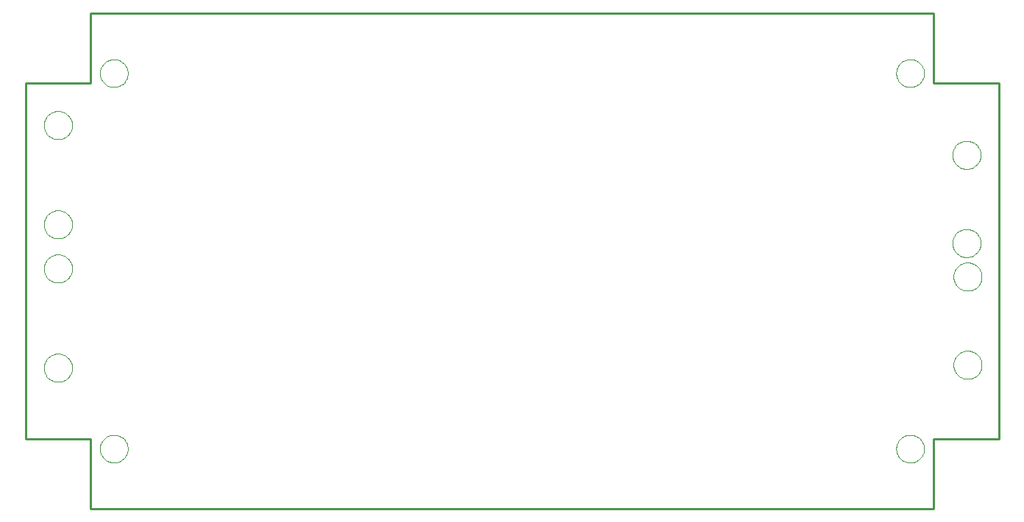
<source format=gbp>
G75*
%MOIN*%
%OFA0B0*%
%FSLAX24Y24*%
%IPPOS*%
%LPD*%
%AMOC8*
5,1,8,0,0,1.08239X$1,22.5*
%
%ADD10C,0.0100*%
%ADD11C,0.0000*%
D10*
X004668Y002075D02*
X042857Y002075D01*
X042857Y005224D01*
X045810Y005224D01*
X045810Y021366D01*
X042857Y021366D01*
X042857Y024516D01*
X004668Y024516D01*
X004668Y021366D01*
X001715Y021366D01*
X001715Y005224D01*
X004668Y005224D01*
X004668Y002075D01*
D11*
X005091Y004781D02*
X005093Y004831D01*
X005099Y004881D01*
X005109Y004930D01*
X005123Y004978D01*
X005140Y005025D01*
X005161Y005070D01*
X005186Y005114D01*
X005214Y005155D01*
X005246Y005194D01*
X005280Y005231D01*
X005317Y005265D01*
X005357Y005295D01*
X005399Y005322D01*
X005443Y005346D01*
X005489Y005367D01*
X005536Y005383D01*
X005584Y005396D01*
X005634Y005405D01*
X005683Y005410D01*
X005734Y005411D01*
X005784Y005408D01*
X005833Y005401D01*
X005882Y005390D01*
X005930Y005375D01*
X005976Y005357D01*
X006021Y005335D01*
X006064Y005309D01*
X006105Y005280D01*
X006144Y005248D01*
X006180Y005213D01*
X006212Y005175D01*
X006242Y005135D01*
X006269Y005092D01*
X006292Y005048D01*
X006311Y005002D01*
X006327Y004954D01*
X006339Y004905D01*
X006347Y004856D01*
X006351Y004806D01*
X006351Y004756D01*
X006347Y004706D01*
X006339Y004657D01*
X006327Y004608D01*
X006311Y004560D01*
X006292Y004514D01*
X006269Y004470D01*
X006242Y004427D01*
X006212Y004387D01*
X006180Y004349D01*
X006144Y004314D01*
X006105Y004282D01*
X006064Y004253D01*
X006021Y004227D01*
X005976Y004205D01*
X005930Y004187D01*
X005882Y004172D01*
X005833Y004161D01*
X005784Y004154D01*
X005734Y004151D01*
X005683Y004152D01*
X005634Y004157D01*
X005584Y004166D01*
X005536Y004179D01*
X005489Y004195D01*
X005443Y004216D01*
X005399Y004240D01*
X005357Y004267D01*
X005317Y004297D01*
X005280Y004331D01*
X005246Y004368D01*
X005214Y004407D01*
X005186Y004448D01*
X005161Y004492D01*
X005140Y004537D01*
X005123Y004584D01*
X005109Y004632D01*
X005099Y004681D01*
X005093Y004731D01*
X005091Y004781D01*
X002550Y008452D02*
X002552Y008502D01*
X002558Y008552D01*
X002568Y008601D01*
X002581Y008650D01*
X002599Y008697D01*
X002620Y008743D01*
X002644Y008786D01*
X002672Y008828D01*
X002703Y008868D01*
X002737Y008905D01*
X002774Y008939D01*
X002814Y008970D01*
X002856Y008998D01*
X002899Y009022D01*
X002945Y009043D01*
X002992Y009061D01*
X003041Y009074D01*
X003090Y009084D01*
X003140Y009090D01*
X003190Y009092D01*
X003240Y009090D01*
X003290Y009084D01*
X003339Y009074D01*
X003388Y009061D01*
X003435Y009043D01*
X003481Y009022D01*
X003524Y008998D01*
X003566Y008970D01*
X003606Y008939D01*
X003643Y008905D01*
X003677Y008868D01*
X003708Y008828D01*
X003736Y008786D01*
X003760Y008743D01*
X003781Y008697D01*
X003799Y008650D01*
X003812Y008601D01*
X003822Y008552D01*
X003828Y008502D01*
X003830Y008452D01*
X003828Y008402D01*
X003822Y008352D01*
X003812Y008303D01*
X003799Y008254D01*
X003781Y008207D01*
X003760Y008161D01*
X003736Y008118D01*
X003708Y008076D01*
X003677Y008036D01*
X003643Y007999D01*
X003606Y007965D01*
X003566Y007934D01*
X003524Y007906D01*
X003481Y007882D01*
X003435Y007861D01*
X003388Y007843D01*
X003339Y007830D01*
X003290Y007820D01*
X003240Y007814D01*
X003190Y007812D01*
X003140Y007814D01*
X003090Y007820D01*
X003041Y007830D01*
X002992Y007843D01*
X002945Y007861D01*
X002899Y007882D01*
X002856Y007906D01*
X002814Y007934D01*
X002774Y007965D01*
X002737Y007999D01*
X002703Y008036D01*
X002672Y008076D01*
X002644Y008118D01*
X002620Y008161D01*
X002599Y008207D01*
X002581Y008254D01*
X002568Y008303D01*
X002558Y008352D01*
X002552Y008402D01*
X002550Y008452D01*
X002550Y012952D02*
X002552Y013002D01*
X002558Y013052D01*
X002568Y013101D01*
X002581Y013150D01*
X002599Y013197D01*
X002620Y013243D01*
X002644Y013286D01*
X002672Y013328D01*
X002703Y013368D01*
X002737Y013405D01*
X002774Y013439D01*
X002814Y013470D01*
X002856Y013498D01*
X002899Y013522D01*
X002945Y013543D01*
X002992Y013561D01*
X003041Y013574D01*
X003090Y013584D01*
X003140Y013590D01*
X003190Y013592D01*
X003240Y013590D01*
X003290Y013584D01*
X003339Y013574D01*
X003388Y013561D01*
X003435Y013543D01*
X003481Y013522D01*
X003524Y013498D01*
X003566Y013470D01*
X003606Y013439D01*
X003643Y013405D01*
X003677Y013368D01*
X003708Y013328D01*
X003736Y013286D01*
X003760Y013243D01*
X003781Y013197D01*
X003799Y013150D01*
X003812Y013101D01*
X003822Y013052D01*
X003828Y013002D01*
X003830Y012952D01*
X003828Y012902D01*
X003822Y012852D01*
X003812Y012803D01*
X003799Y012754D01*
X003781Y012707D01*
X003760Y012661D01*
X003736Y012618D01*
X003708Y012576D01*
X003677Y012536D01*
X003643Y012499D01*
X003606Y012465D01*
X003566Y012434D01*
X003524Y012406D01*
X003481Y012382D01*
X003435Y012361D01*
X003388Y012343D01*
X003339Y012330D01*
X003290Y012320D01*
X003240Y012314D01*
X003190Y012312D01*
X003140Y012314D01*
X003090Y012320D01*
X003041Y012330D01*
X002992Y012343D01*
X002945Y012361D01*
X002899Y012382D01*
X002856Y012406D01*
X002814Y012434D01*
X002774Y012465D01*
X002737Y012499D01*
X002703Y012536D01*
X002672Y012576D01*
X002644Y012618D01*
X002620Y012661D01*
X002599Y012707D01*
X002581Y012754D01*
X002568Y012803D01*
X002558Y012852D01*
X002552Y012902D01*
X002550Y012952D01*
X002550Y014952D02*
X002552Y015002D01*
X002558Y015052D01*
X002568Y015101D01*
X002581Y015150D01*
X002599Y015197D01*
X002620Y015243D01*
X002644Y015286D01*
X002672Y015328D01*
X002703Y015368D01*
X002737Y015405D01*
X002774Y015439D01*
X002814Y015470D01*
X002856Y015498D01*
X002899Y015522D01*
X002945Y015543D01*
X002992Y015561D01*
X003041Y015574D01*
X003090Y015584D01*
X003140Y015590D01*
X003190Y015592D01*
X003240Y015590D01*
X003290Y015584D01*
X003339Y015574D01*
X003388Y015561D01*
X003435Y015543D01*
X003481Y015522D01*
X003524Y015498D01*
X003566Y015470D01*
X003606Y015439D01*
X003643Y015405D01*
X003677Y015368D01*
X003708Y015328D01*
X003736Y015286D01*
X003760Y015243D01*
X003781Y015197D01*
X003799Y015150D01*
X003812Y015101D01*
X003822Y015052D01*
X003828Y015002D01*
X003830Y014952D01*
X003828Y014902D01*
X003822Y014852D01*
X003812Y014803D01*
X003799Y014754D01*
X003781Y014707D01*
X003760Y014661D01*
X003736Y014618D01*
X003708Y014576D01*
X003677Y014536D01*
X003643Y014499D01*
X003606Y014465D01*
X003566Y014434D01*
X003524Y014406D01*
X003481Y014382D01*
X003435Y014361D01*
X003388Y014343D01*
X003339Y014330D01*
X003290Y014320D01*
X003240Y014314D01*
X003190Y014312D01*
X003140Y014314D01*
X003090Y014320D01*
X003041Y014330D01*
X002992Y014343D01*
X002945Y014361D01*
X002899Y014382D01*
X002856Y014406D01*
X002814Y014434D01*
X002774Y014465D01*
X002737Y014499D01*
X002703Y014536D01*
X002672Y014576D01*
X002644Y014618D01*
X002620Y014661D01*
X002599Y014707D01*
X002581Y014754D01*
X002568Y014803D01*
X002558Y014852D01*
X002552Y014902D01*
X002550Y014952D01*
X002550Y019452D02*
X002552Y019502D01*
X002558Y019552D01*
X002568Y019601D01*
X002581Y019650D01*
X002599Y019697D01*
X002620Y019743D01*
X002644Y019786D01*
X002672Y019828D01*
X002703Y019868D01*
X002737Y019905D01*
X002774Y019939D01*
X002814Y019970D01*
X002856Y019998D01*
X002899Y020022D01*
X002945Y020043D01*
X002992Y020061D01*
X003041Y020074D01*
X003090Y020084D01*
X003140Y020090D01*
X003190Y020092D01*
X003240Y020090D01*
X003290Y020084D01*
X003339Y020074D01*
X003388Y020061D01*
X003435Y020043D01*
X003481Y020022D01*
X003524Y019998D01*
X003566Y019970D01*
X003606Y019939D01*
X003643Y019905D01*
X003677Y019868D01*
X003708Y019828D01*
X003736Y019786D01*
X003760Y019743D01*
X003781Y019697D01*
X003799Y019650D01*
X003812Y019601D01*
X003822Y019552D01*
X003828Y019502D01*
X003830Y019452D01*
X003828Y019402D01*
X003822Y019352D01*
X003812Y019303D01*
X003799Y019254D01*
X003781Y019207D01*
X003760Y019161D01*
X003736Y019118D01*
X003708Y019076D01*
X003677Y019036D01*
X003643Y018999D01*
X003606Y018965D01*
X003566Y018934D01*
X003524Y018906D01*
X003481Y018882D01*
X003435Y018861D01*
X003388Y018843D01*
X003339Y018830D01*
X003290Y018820D01*
X003240Y018814D01*
X003190Y018812D01*
X003140Y018814D01*
X003090Y018820D01*
X003041Y018830D01*
X002992Y018843D01*
X002945Y018861D01*
X002899Y018882D01*
X002856Y018906D01*
X002814Y018934D01*
X002774Y018965D01*
X002737Y018999D01*
X002703Y019036D01*
X002672Y019076D01*
X002644Y019118D01*
X002620Y019161D01*
X002599Y019207D01*
X002581Y019254D01*
X002568Y019303D01*
X002558Y019352D01*
X002552Y019402D01*
X002550Y019452D01*
X005091Y021809D02*
X005093Y021859D01*
X005099Y021909D01*
X005109Y021958D01*
X005123Y022006D01*
X005140Y022053D01*
X005161Y022098D01*
X005186Y022142D01*
X005214Y022183D01*
X005246Y022222D01*
X005280Y022259D01*
X005317Y022293D01*
X005357Y022323D01*
X005399Y022350D01*
X005443Y022374D01*
X005489Y022395D01*
X005536Y022411D01*
X005584Y022424D01*
X005634Y022433D01*
X005683Y022438D01*
X005734Y022439D01*
X005784Y022436D01*
X005833Y022429D01*
X005882Y022418D01*
X005930Y022403D01*
X005976Y022385D01*
X006021Y022363D01*
X006064Y022337D01*
X006105Y022308D01*
X006144Y022276D01*
X006180Y022241D01*
X006212Y022203D01*
X006242Y022163D01*
X006269Y022120D01*
X006292Y022076D01*
X006311Y022030D01*
X006327Y021982D01*
X006339Y021933D01*
X006347Y021884D01*
X006351Y021834D01*
X006351Y021784D01*
X006347Y021734D01*
X006339Y021685D01*
X006327Y021636D01*
X006311Y021588D01*
X006292Y021542D01*
X006269Y021498D01*
X006242Y021455D01*
X006212Y021415D01*
X006180Y021377D01*
X006144Y021342D01*
X006105Y021310D01*
X006064Y021281D01*
X006021Y021255D01*
X005976Y021233D01*
X005930Y021215D01*
X005882Y021200D01*
X005833Y021189D01*
X005784Y021182D01*
X005734Y021179D01*
X005683Y021180D01*
X005634Y021185D01*
X005584Y021194D01*
X005536Y021207D01*
X005489Y021223D01*
X005443Y021244D01*
X005399Y021268D01*
X005357Y021295D01*
X005317Y021325D01*
X005280Y021359D01*
X005246Y021396D01*
X005214Y021435D01*
X005186Y021476D01*
X005161Y021520D01*
X005140Y021565D01*
X005123Y021612D01*
X005109Y021660D01*
X005099Y021709D01*
X005093Y021759D01*
X005091Y021809D01*
X041174Y021809D02*
X041176Y021859D01*
X041182Y021909D01*
X041192Y021958D01*
X041206Y022006D01*
X041223Y022053D01*
X041244Y022098D01*
X041269Y022142D01*
X041297Y022183D01*
X041329Y022222D01*
X041363Y022259D01*
X041400Y022293D01*
X041440Y022323D01*
X041482Y022350D01*
X041526Y022374D01*
X041572Y022395D01*
X041619Y022411D01*
X041667Y022424D01*
X041717Y022433D01*
X041766Y022438D01*
X041817Y022439D01*
X041867Y022436D01*
X041916Y022429D01*
X041965Y022418D01*
X042013Y022403D01*
X042059Y022385D01*
X042104Y022363D01*
X042147Y022337D01*
X042188Y022308D01*
X042227Y022276D01*
X042263Y022241D01*
X042295Y022203D01*
X042325Y022163D01*
X042352Y022120D01*
X042375Y022076D01*
X042394Y022030D01*
X042410Y021982D01*
X042422Y021933D01*
X042430Y021884D01*
X042434Y021834D01*
X042434Y021784D01*
X042430Y021734D01*
X042422Y021685D01*
X042410Y021636D01*
X042394Y021588D01*
X042375Y021542D01*
X042352Y021498D01*
X042325Y021455D01*
X042295Y021415D01*
X042263Y021377D01*
X042227Y021342D01*
X042188Y021310D01*
X042147Y021281D01*
X042104Y021255D01*
X042059Y021233D01*
X042013Y021215D01*
X041965Y021200D01*
X041916Y021189D01*
X041867Y021182D01*
X041817Y021179D01*
X041766Y021180D01*
X041717Y021185D01*
X041667Y021194D01*
X041619Y021207D01*
X041572Y021223D01*
X041526Y021244D01*
X041482Y021268D01*
X041440Y021295D01*
X041400Y021325D01*
X041363Y021359D01*
X041329Y021396D01*
X041297Y021435D01*
X041269Y021476D01*
X041244Y021520D01*
X041223Y021565D01*
X041206Y021612D01*
X041192Y021660D01*
X041182Y021709D01*
X041176Y021759D01*
X041174Y021809D01*
X043718Y018102D02*
X043720Y018152D01*
X043726Y018202D01*
X043736Y018251D01*
X043749Y018300D01*
X043767Y018347D01*
X043788Y018393D01*
X043812Y018436D01*
X043840Y018478D01*
X043871Y018518D01*
X043905Y018555D01*
X043942Y018589D01*
X043982Y018620D01*
X044024Y018648D01*
X044067Y018672D01*
X044113Y018693D01*
X044160Y018711D01*
X044209Y018724D01*
X044258Y018734D01*
X044308Y018740D01*
X044358Y018742D01*
X044408Y018740D01*
X044458Y018734D01*
X044507Y018724D01*
X044556Y018711D01*
X044603Y018693D01*
X044649Y018672D01*
X044692Y018648D01*
X044734Y018620D01*
X044774Y018589D01*
X044811Y018555D01*
X044845Y018518D01*
X044876Y018478D01*
X044904Y018436D01*
X044928Y018393D01*
X044949Y018347D01*
X044967Y018300D01*
X044980Y018251D01*
X044990Y018202D01*
X044996Y018152D01*
X044998Y018102D01*
X044996Y018052D01*
X044990Y018002D01*
X044980Y017953D01*
X044967Y017904D01*
X044949Y017857D01*
X044928Y017811D01*
X044904Y017768D01*
X044876Y017726D01*
X044845Y017686D01*
X044811Y017649D01*
X044774Y017615D01*
X044734Y017584D01*
X044692Y017556D01*
X044649Y017532D01*
X044603Y017511D01*
X044556Y017493D01*
X044507Y017480D01*
X044458Y017470D01*
X044408Y017464D01*
X044358Y017462D01*
X044308Y017464D01*
X044258Y017470D01*
X044209Y017480D01*
X044160Y017493D01*
X044113Y017511D01*
X044067Y017532D01*
X044024Y017556D01*
X043982Y017584D01*
X043942Y017615D01*
X043905Y017649D01*
X043871Y017686D01*
X043840Y017726D01*
X043812Y017768D01*
X043788Y017811D01*
X043767Y017857D01*
X043749Y017904D01*
X043736Y017953D01*
X043726Y018002D01*
X043720Y018052D01*
X043718Y018102D01*
X043718Y014102D02*
X043720Y014152D01*
X043726Y014202D01*
X043736Y014251D01*
X043749Y014300D01*
X043767Y014347D01*
X043788Y014393D01*
X043812Y014436D01*
X043840Y014478D01*
X043871Y014518D01*
X043905Y014555D01*
X043942Y014589D01*
X043982Y014620D01*
X044024Y014648D01*
X044067Y014672D01*
X044113Y014693D01*
X044160Y014711D01*
X044209Y014724D01*
X044258Y014734D01*
X044308Y014740D01*
X044358Y014742D01*
X044408Y014740D01*
X044458Y014734D01*
X044507Y014724D01*
X044556Y014711D01*
X044603Y014693D01*
X044649Y014672D01*
X044692Y014648D01*
X044734Y014620D01*
X044774Y014589D01*
X044811Y014555D01*
X044845Y014518D01*
X044876Y014478D01*
X044904Y014436D01*
X044928Y014393D01*
X044949Y014347D01*
X044967Y014300D01*
X044980Y014251D01*
X044990Y014202D01*
X044996Y014152D01*
X044998Y014102D01*
X044996Y014052D01*
X044990Y014002D01*
X044980Y013953D01*
X044967Y013904D01*
X044949Y013857D01*
X044928Y013811D01*
X044904Y013768D01*
X044876Y013726D01*
X044845Y013686D01*
X044811Y013649D01*
X044774Y013615D01*
X044734Y013584D01*
X044692Y013556D01*
X044649Y013532D01*
X044603Y013511D01*
X044556Y013493D01*
X044507Y013480D01*
X044458Y013470D01*
X044408Y013464D01*
X044358Y013462D01*
X044308Y013464D01*
X044258Y013470D01*
X044209Y013480D01*
X044160Y013493D01*
X044113Y013511D01*
X044067Y013532D01*
X044024Y013556D01*
X043982Y013584D01*
X043942Y013615D01*
X043905Y013649D01*
X043871Y013686D01*
X043840Y013726D01*
X043812Y013768D01*
X043788Y013811D01*
X043767Y013857D01*
X043749Y013904D01*
X043736Y013953D01*
X043726Y014002D01*
X043720Y014052D01*
X043718Y014102D01*
X043762Y012585D02*
X043764Y012635D01*
X043770Y012685D01*
X043780Y012734D01*
X043793Y012783D01*
X043811Y012830D01*
X043832Y012876D01*
X043856Y012919D01*
X043884Y012961D01*
X043915Y013001D01*
X043949Y013038D01*
X043986Y013072D01*
X044026Y013103D01*
X044068Y013131D01*
X044111Y013155D01*
X044157Y013176D01*
X044204Y013194D01*
X044253Y013207D01*
X044302Y013217D01*
X044352Y013223D01*
X044402Y013225D01*
X044452Y013223D01*
X044502Y013217D01*
X044551Y013207D01*
X044600Y013194D01*
X044647Y013176D01*
X044693Y013155D01*
X044736Y013131D01*
X044778Y013103D01*
X044818Y013072D01*
X044855Y013038D01*
X044889Y013001D01*
X044920Y012961D01*
X044948Y012919D01*
X044972Y012876D01*
X044993Y012830D01*
X045011Y012783D01*
X045024Y012734D01*
X045034Y012685D01*
X045040Y012635D01*
X045042Y012585D01*
X045040Y012535D01*
X045034Y012485D01*
X045024Y012436D01*
X045011Y012387D01*
X044993Y012340D01*
X044972Y012294D01*
X044948Y012251D01*
X044920Y012209D01*
X044889Y012169D01*
X044855Y012132D01*
X044818Y012098D01*
X044778Y012067D01*
X044736Y012039D01*
X044693Y012015D01*
X044647Y011994D01*
X044600Y011976D01*
X044551Y011963D01*
X044502Y011953D01*
X044452Y011947D01*
X044402Y011945D01*
X044352Y011947D01*
X044302Y011953D01*
X044253Y011963D01*
X044204Y011976D01*
X044157Y011994D01*
X044111Y012015D01*
X044068Y012039D01*
X044026Y012067D01*
X043986Y012098D01*
X043949Y012132D01*
X043915Y012169D01*
X043884Y012209D01*
X043856Y012251D01*
X043832Y012294D01*
X043811Y012340D01*
X043793Y012387D01*
X043780Y012436D01*
X043770Y012485D01*
X043764Y012535D01*
X043762Y012585D01*
X043762Y008585D02*
X043764Y008635D01*
X043770Y008685D01*
X043780Y008734D01*
X043793Y008783D01*
X043811Y008830D01*
X043832Y008876D01*
X043856Y008919D01*
X043884Y008961D01*
X043915Y009001D01*
X043949Y009038D01*
X043986Y009072D01*
X044026Y009103D01*
X044068Y009131D01*
X044111Y009155D01*
X044157Y009176D01*
X044204Y009194D01*
X044253Y009207D01*
X044302Y009217D01*
X044352Y009223D01*
X044402Y009225D01*
X044452Y009223D01*
X044502Y009217D01*
X044551Y009207D01*
X044600Y009194D01*
X044647Y009176D01*
X044693Y009155D01*
X044736Y009131D01*
X044778Y009103D01*
X044818Y009072D01*
X044855Y009038D01*
X044889Y009001D01*
X044920Y008961D01*
X044948Y008919D01*
X044972Y008876D01*
X044993Y008830D01*
X045011Y008783D01*
X045024Y008734D01*
X045034Y008685D01*
X045040Y008635D01*
X045042Y008585D01*
X045040Y008535D01*
X045034Y008485D01*
X045024Y008436D01*
X045011Y008387D01*
X044993Y008340D01*
X044972Y008294D01*
X044948Y008251D01*
X044920Y008209D01*
X044889Y008169D01*
X044855Y008132D01*
X044818Y008098D01*
X044778Y008067D01*
X044736Y008039D01*
X044693Y008015D01*
X044647Y007994D01*
X044600Y007976D01*
X044551Y007963D01*
X044502Y007953D01*
X044452Y007947D01*
X044402Y007945D01*
X044352Y007947D01*
X044302Y007953D01*
X044253Y007963D01*
X044204Y007976D01*
X044157Y007994D01*
X044111Y008015D01*
X044068Y008039D01*
X044026Y008067D01*
X043986Y008098D01*
X043949Y008132D01*
X043915Y008169D01*
X043884Y008209D01*
X043856Y008251D01*
X043832Y008294D01*
X043811Y008340D01*
X043793Y008387D01*
X043780Y008436D01*
X043770Y008485D01*
X043764Y008535D01*
X043762Y008585D01*
X041174Y004781D02*
X041176Y004831D01*
X041182Y004881D01*
X041192Y004930D01*
X041206Y004978D01*
X041223Y005025D01*
X041244Y005070D01*
X041269Y005114D01*
X041297Y005155D01*
X041329Y005194D01*
X041363Y005231D01*
X041400Y005265D01*
X041440Y005295D01*
X041482Y005322D01*
X041526Y005346D01*
X041572Y005367D01*
X041619Y005383D01*
X041667Y005396D01*
X041717Y005405D01*
X041766Y005410D01*
X041817Y005411D01*
X041867Y005408D01*
X041916Y005401D01*
X041965Y005390D01*
X042013Y005375D01*
X042059Y005357D01*
X042104Y005335D01*
X042147Y005309D01*
X042188Y005280D01*
X042227Y005248D01*
X042263Y005213D01*
X042295Y005175D01*
X042325Y005135D01*
X042352Y005092D01*
X042375Y005048D01*
X042394Y005002D01*
X042410Y004954D01*
X042422Y004905D01*
X042430Y004856D01*
X042434Y004806D01*
X042434Y004756D01*
X042430Y004706D01*
X042422Y004657D01*
X042410Y004608D01*
X042394Y004560D01*
X042375Y004514D01*
X042352Y004470D01*
X042325Y004427D01*
X042295Y004387D01*
X042263Y004349D01*
X042227Y004314D01*
X042188Y004282D01*
X042147Y004253D01*
X042104Y004227D01*
X042059Y004205D01*
X042013Y004187D01*
X041965Y004172D01*
X041916Y004161D01*
X041867Y004154D01*
X041817Y004151D01*
X041766Y004152D01*
X041717Y004157D01*
X041667Y004166D01*
X041619Y004179D01*
X041572Y004195D01*
X041526Y004216D01*
X041482Y004240D01*
X041440Y004267D01*
X041400Y004297D01*
X041363Y004331D01*
X041329Y004368D01*
X041297Y004407D01*
X041269Y004448D01*
X041244Y004492D01*
X041223Y004537D01*
X041206Y004584D01*
X041192Y004632D01*
X041182Y004681D01*
X041176Y004731D01*
X041174Y004781D01*
M02*

</source>
